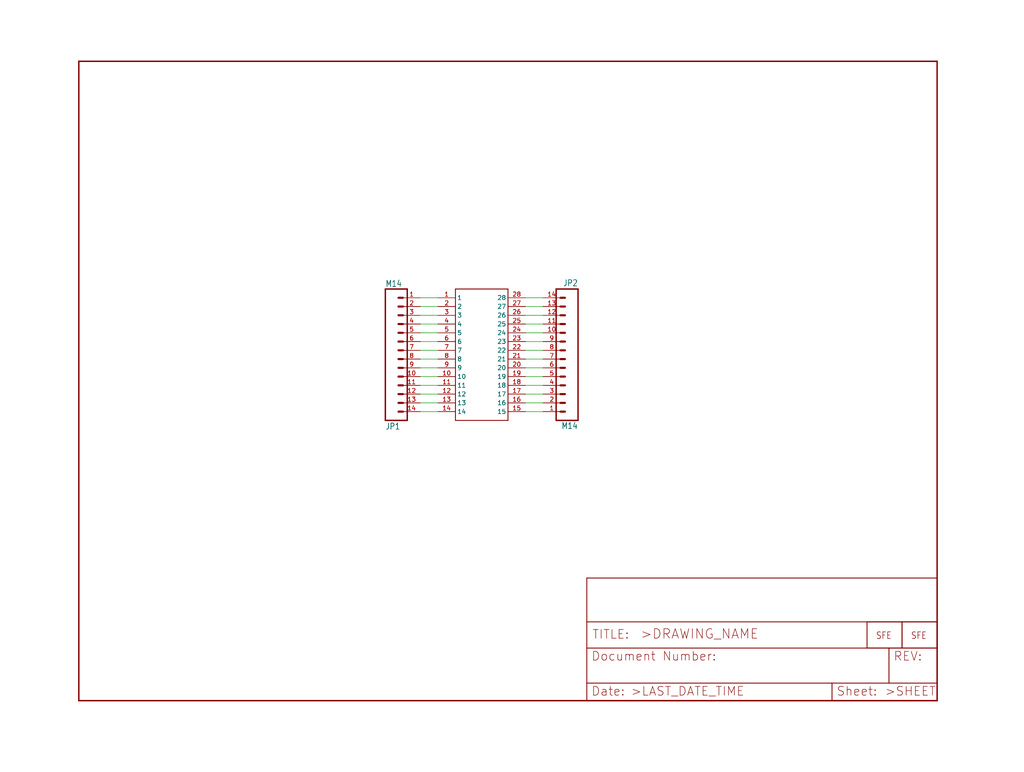
<source format=kicad_sch>
(kicad_sch (version 20211123) (generator eeschema)
  (paper "User" 297.002 223.926)
  (lib_symbols
    (symbol "schematicEagle-eagle-import:FRAME-LETTER"
      (symbol "FRAME-LETTER_1_0"
        (polyline (pts (xy 0 0) (xy 248.92 0)) (stroke (width 0.4064)))
        (polyline (pts (xy 0 185.42) (xy 0 0)) (stroke (width 0.4064)))
        (polyline (pts (xy 0 185.42) (xy 248.92 185.42)) (stroke (width 0.4064)))
        (polyline (pts (xy 248.92 185.42) (xy 248.92 0)) (stroke (width 0.4064)))
      )
      (symbol "FRAME-LETTER_2_0"
        (polyline (pts (xy 0 0) (xy 0 5.08)) (stroke (width 0.254)))
        (polyline (pts (xy 0 0) (xy 71.12 0)) (stroke (width 0.254)))
        (polyline (pts (xy 0 5.08) (xy 0 15.24)) (stroke (width 0.254)))
        (polyline (pts (xy 0 5.08) (xy 71.12 5.08)) (stroke (width 0.254)))
        (polyline (pts (xy 0 15.24) (xy 0 22.86)) (stroke (width 0.254)))
        (polyline (pts (xy 0 22.86) (xy 0 35.56)) (stroke (width 0.254)))
        (polyline (pts (xy 0 22.86) (xy 101.6 22.86)) (stroke (width 0.254)))
        (polyline (pts (xy 71.12 0) (xy 101.6 0)) (stroke (width 0.254)))
        (polyline (pts (xy 71.12 5.08) (xy 71.12 0)) (stroke (width 0.254)))
        (polyline (pts (xy 71.12 5.08) (xy 87.63 5.08)) (stroke (width 0.254)))
        (polyline (pts (xy 87.63 5.08) (xy 101.6 5.08)) (stroke (width 0.254)))
        (polyline (pts (xy 87.63 15.24) (xy 0 15.24)) (stroke (width 0.254)))
        (polyline (pts (xy 87.63 15.24) (xy 87.63 5.08)) (stroke (width 0.254)))
        (polyline (pts (xy 101.6 5.08) (xy 101.6 0)) (stroke (width 0.254)))
        (polyline (pts (xy 101.6 15.24) (xy 87.63 15.24)) (stroke (width 0.254)))
        (polyline (pts (xy 101.6 15.24) (xy 101.6 5.08)) (stroke (width 0.254)))
        (polyline (pts (xy 101.6 22.86) (xy 101.6 15.24)) (stroke (width 0.254)))
        (polyline (pts (xy 101.6 35.56) (xy 0 35.56)) (stroke (width 0.254)))
        (polyline (pts (xy 101.6 35.56) (xy 101.6 22.86)) (stroke (width 0.254)))
        (text ">DRAWING_NAME" (at 15.494 17.78 0) (effects (font (size 2.7432 2.7432)) (justify left bottom)))
        (text ">LAST_DATE_TIME" (at 12.7 1.27 0) (effects (font (size 2.54 2.54)) (justify left bottom)))
        (text ">SHEET" (at 86.36 1.27 0) (effects (font (size 2.54 2.54)) (justify left bottom)))
        (text "Date:" (at 1.27 1.27 0) (effects (font (size 2.54 2.54)) (justify left bottom)))
        (text "Document Number:" (at 1.27 11.43 0) (effects (font (size 2.54 2.54)) (justify left bottom)))
        (text "REV:" (at 88.9 11.43 0) (effects (font (size 2.54 2.54)) (justify left bottom)))
        (text "Sheet:" (at 72.39 1.27 0) (effects (font (size 2.54 2.54)) (justify left bottom)))
        (text "TITLE:" (at 1.524 17.78 0) (effects (font (size 2.54 2.54)) (justify left bottom)))
      )
    )
    (symbol "schematicEagle-eagle-import:LOGO-SFENEW"
      (symbol "LOGO-SFENEW_1_0"
        (polyline (pts (xy -2.54 -2.54) (xy 7.62 -2.54)) (stroke (width 0.254)))
        (polyline (pts (xy -2.54 5.08) (xy -2.54 -2.54)) (stroke (width 0.254)))
        (polyline (pts (xy 7.62 -2.54) (xy 7.62 5.08)) (stroke (width 0.254)))
        (polyline (pts (xy 7.62 5.08) (xy -2.54 5.08)) (stroke (width 0.254)))
        (text "SFE" (at 0 0 0) (effects (font (size 1.9304 1.6408)) (justify left bottom)))
      )
    )
    (symbol "schematicEagle-eagle-import:LOGO-SFESK"
      (symbol "LOGO-SFESK_1_0"
        (polyline (pts (xy -2.54 -2.54) (xy 7.62 -2.54)) (stroke (width 0.254)))
        (polyline (pts (xy -2.54 5.08) (xy -2.54 -2.54)) (stroke (width 0.254)))
        (polyline (pts (xy 7.62 -2.54) (xy 7.62 5.08)) (stroke (width 0.254)))
        (polyline (pts (xy 7.62 5.08) (xy -2.54 5.08)) (stroke (width 0.254)))
        (text "SFE" (at 0 0 0) (effects (font (size 1.9304 1.6408)) (justify left bottom)))
      )
    )
    (symbol "schematicEagle-eagle-import:M14"
      (property "Reference" "JP" (at 0 18.542 0))
      (property "Value" "M14" (at 0 -22.86 0))
      (symbol "M14_1_0"
        (polyline (pts (xy 0 17.78) (xy 0 -20.32)) (stroke (width 0.4064)))
        (polyline (pts (xy 0 17.78) (xy 6.35 17.78)) (stroke (width 0.4064)))
        (polyline (pts (xy 3.81 -17.78) (xy 5.08 -17.78)) (stroke (width 0.6096)))
        (polyline (pts (xy 3.81 -15.24) (xy 5.08 -15.24)) (stroke (width 0.6096)))
        (polyline (pts (xy 3.81 -12.7) (xy 5.08 -12.7)) (stroke (width 0.6096)))
        (polyline (pts (xy 3.81 -10.16) (xy 5.08 -10.16)) (stroke (width 0.6096)))
        (polyline (pts (xy 3.81 -7.62) (xy 5.08 -7.62)) (stroke (width 0.6096)))
        (polyline (pts (xy 3.81 -5.08) (xy 5.08 -5.08)) (stroke (width 0.6096)))
        (polyline (pts (xy 3.81 -2.54) (xy 5.08 -2.54)) (stroke (width 0.6096)))
        (polyline (pts (xy 3.81 0) (xy 5.08 0)) (stroke (width 0.6096)))
        (polyline (pts (xy 3.81 2.54) (xy 5.08 2.54)) (stroke (width 0.6096)))
        (polyline (pts (xy 3.81 5.08) (xy 5.08 5.08)) (stroke (width 0.6096)))
        (polyline (pts (xy 3.81 7.62) (xy 5.08 7.62)) (stroke (width 0.6096)))
        (polyline (pts (xy 3.81 10.16) (xy 5.08 10.16)) (stroke (width 0.6096)))
        (polyline (pts (xy 3.81 12.7) (xy 5.08 12.7)) (stroke (width 0.6096)))
        (polyline (pts (xy 3.81 15.24) (xy 5.08 15.24)) (stroke (width 0.6096)))
        (polyline (pts (xy 6.35 -20.32) (xy 0 -20.32)) (stroke (width 0.4064)))
        (polyline (pts (xy 6.35 -20.32) (xy 6.35 17.78)) (stroke (width 0.4064)))
        (pin passive line (at 10.16 -17.78 180) (length 5.08) (name "1") (number "1"))
        (pin passive line (at 10.16 5.08 180) (length 5.08) (name "10") (number "10"))
        (pin passive line (at 10.16 7.62 180) (length 5.08) (name "11") (number "11"))
        (pin passive line (at 10.16 10.16 180) (length 5.08) (name "12") (number "12"))
        (pin passive line (at 10.16 12.7 180) (length 5.08) (name "13") (number "13"))
        (pin passive line (at 10.16 15.24 180) (length 5.08) (name "14") (number "14"))
        (pin passive line (at 10.16 -15.24 180) (length 5.08) (name "2") (number "2"))
        (pin passive line (at 10.16 -12.7 180) (length 5.08) (name "3") (number "3"))
        (pin passive line (at 10.16 -10.16 180) (length 5.08) (name "4") (number "4"))
        (pin passive line (at 10.16 -7.62 180) (length 5.08) (name "5") (number "5"))
        (pin passive line (at 10.16 -5.08 180) (length 5.08) (name "6") (number "6"))
        (pin passive line (at 10.16 -2.54 180) (length 5.08) (name "7") (number "7"))
        (pin passive line (at 10.16 0 180) (length 5.08) (name "8") (number "8"))
        (pin passive line (at 10.16 2.54 180) (length 5.08) (name "9") (number "9"))
      )
    )
    (symbol "schematicEagle-eagle-import:SSOP28"
      (symbol "SSOP28_1_0"
        (polyline (pts (xy -7.62 -20.32) (xy -7.62 17.78)) (stroke (width 0.254)))
        (polyline (pts (xy -7.62 17.78) (xy 7.62 17.78)) (stroke (width 0.254)))
        (polyline (pts (xy 7.62 -20.32) (xy -7.62 -20.32)) (stroke (width 0.254)))
        (polyline (pts (xy 7.62 17.78) (xy 7.62 -20.32)) (stroke (width 0.254)))
        (pin bidirectional line (at -12.7 15.24 0) (length 5.08) (name "1") (number "1"))
        (pin bidirectional line (at -12.7 -7.62 0) (length 5.08) (name "10") (number "10"))
        (pin bidirectional line (at -12.7 -10.16 0) (length 5.08) (name "11") (number "11"))
        (pin bidirectional line (at -12.7 -12.7 0) (length 5.08) (name "12") (number "12"))
        (pin bidirectional line (at -12.7 -15.24 0) (length 5.08) (name "13") (number "13"))
        (pin bidirectional line (at -12.7 -17.78 0) (length 5.08) (name "14") (number "14"))
        (pin bidirectional line (at 12.7 -17.78 180) (length 5.08) (name "15") (number "15"))
        (pin bidirectional line (at 12.7 -15.24 180) (length 5.08) (name "16") (number "16"))
        (pin bidirectional line (at 12.7 -12.7 180) (length 5.08) (name "17") (number "17"))
        (pin bidirectional line (at 12.7 -10.16 180) (length 5.08) (name "18") (number "18"))
        (pin bidirectional line (at 12.7 -7.62 180) (length 5.08) (name "19") (number "19"))
        (pin bidirectional line (at -12.7 12.7 0) (length 5.08) (name "2") (number "2"))
        (pin bidirectional line (at 12.7 -5.08 180) (length 5.08) (name "20") (number "20"))
        (pin bidirectional line (at 12.7 -2.54 180) (length 5.08) (name "21") (number "21"))
        (pin bidirectional line (at 12.7 0 180) (length 5.08) (name "22") (number "22"))
        (pin bidirectional line (at 12.7 2.54 180) (length 5.08) (name "23") (number "23"))
        (pin bidirectional line (at 12.7 5.08 180) (length 5.08) (name "24") (number "24"))
        (pin bidirectional line (at 12.7 7.62 180) (length 5.08) (name "25") (number "25"))
        (pin bidirectional line (at 12.7 10.16 180) (length 5.08) (name "26") (number "26"))
        (pin bidirectional line (at 12.7 12.7 180) (length 5.08) (name "27") (number "27"))
        (pin bidirectional line (at 12.7 15.24 180) (length 5.08) (name "28") (number "28"))
        (pin bidirectional line (at -12.7 10.16 0) (length 5.08) (name "3") (number "3"))
        (pin bidirectional line (at -12.7 7.62 0) (length 5.08) (name "4") (number "4"))
        (pin bidirectional line (at -12.7 5.08 0) (length 5.08) (name "5") (number "5"))
        (pin bidirectional line (at -12.7 2.54 0) (length 5.08) (name "6") (number "6"))
        (pin bidirectional line (at -12.7 0 0) (length 5.08) (name "7") (number "7"))
        (pin bidirectional line (at -12.7 -2.54 0) (length 5.08) (name "8") (number "8"))
        (pin bidirectional line (at -12.7 -5.08 0) (length 5.08) (name "9") (number "9"))
      )
    )
  )
  (wire (pts (xy 157.48 88.9) (xy 152.4 88.9)))
  (wire (pts (xy 121.92 114.3) (xy 127 114.3)))
  (wire (pts (xy 121.92 109.22) (xy 127 109.22)))
  (wire (pts (xy 157.48 101.6) (xy 152.4 101.6)))
  (wire (pts (xy 121.92 96.52) (xy 127 96.52)))
  (wire (pts (xy 157.48 96.52) (xy 152.4 96.52)))
  (wire (pts (xy 157.48 109.22) (xy 152.4 109.22)))
  (wire (pts (xy 121.92 91.44) (xy 127 91.44)))
  (wire (pts (xy 157.48 91.44) (xy 152.4 91.44)))
  (wire (pts (xy 157.48 116.84) (xy 152.4 116.84)))
  (wire (pts (xy 121.92 106.68) (xy 127 106.68)))
  (wire (pts (xy 157.48 106.68) (xy 152.4 106.68)))
  (wire (pts (xy 121.92 116.84) (xy 127 116.84)))
  (wire (pts (xy 121.92 119.38) (xy 127 119.38)))
  (wire (pts (xy 157.48 86.36) (xy 152.4 86.36)))
  (wire (pts (xy 157.48 93.98) (xy 152.4 93.98)))
  (wire (pts (xy 121.92 101.6) (xy 127 101.6)))
  (wire (pts (xy 121.92 86.36) (xy 127 86.36)))
  (wire (pts (xy 121.92 111.76) (xy 127 111.76)))
  (wire (pts (xy 121.92 88.9) (xy 127 88.9)))
  (wire (pts (xy 157.48 119.38) (xy 152.4 119.38)))
  (wire (pts (xy 157.48 104.14) (xy 152.4 104.14)))
  (wire (pts (xy 121.92 104.14) (xy 127 104.14)))
  (wire (pts (xy 157.48 114.3) (xy 152.4 114.3)))
  (wire (pts (xy 157.48 99.06) (xy 152.4 99.06)))
  (wire (pts (xy 121.92 93.98) (xy 127 93.98)))
  (wire (pts (xy 157.48 111.76) (xy 152.4 111.76)))
  (wire (pts (xy 121.92 99.06) (xy 127 99.06)))
  (symbol (lib_id "schematicEagle-eagle-import:SSOP28") (at 139.7 101.6 0) (unit 1)
    (property "Reference" "U$2" (effects hide))
    (property "Value" "SSOP28" (effects hide))
    (property "Footprint" "schematicEagle:SSOP28DB" (effects hide))
  )
  (symbol (lib_id "schematicEagle-eagle-import:LOGO-SFENEW") (at 254 185.42 0) (unit 1)
    (property "Reference" "U$5" (effects hide))
    (property "Value" "LOGO-SFENEW" (effects hide))
    (property "Footprint" "schematicEagle:SFE-NEW-WEBLOGO" (effects hide))
  )
  (symbol (lib_id "schematicEagle-eagle-import:FRAME-LETTER") (at 170.18 203.2 0) (unit 2)
    (property "Reference" "#FRAME1" (effects hide))
    (property "Value" "FRAME-LETTER" (effects hide))
    (property "Footprint" "schematicEagle:" (effects hide))
  )
  (symbol (lib_id "schematicEagle-eagle-import:M14") (at 111.76 104.14 0) (mirror x) (unit 1)
    (property "Reference" "JP1" (at 111.76 122.682 0) (effects (font (size 1.778 1.5113)) (justify left bottom)))
    (property "Value" "M14" (at 111.76 81.28 0) (effects (font (size 1.778 1.5113)) (justify left bottom)))
    (property "Footprint" "schematicEagle:1X14" (effects hide))
  )
  (symbol (lib_id "schematicEagle-eagle-import:LOGO-SFESK") (at 264.16 185.42 0) (unit 1)
    (property "Reference" "U$1" (effects hide))
    (property "Value" "LOGO-SFESK" (effects hide))
    (property "Footprint" "schematicEagle:SFE-LOGO-FLAME" (effects hide))
  )
  (symbol (lib_id "schematicEagle-eagle-import:FRAME-LETTER") (at 22.86 203.2 0) (unit 1)
    (property "Reference" "#FRAME1" (effects hide))
    (property "Value" "FRAME-LETTER" (effects hide))
    (property "Footprint" "schematicEagle:" (effects hide))
  )
  (symbol (lib_id "schematicEagle-eagle-import:M14") (at 167.64 101.6 0) (mirror y) (unit 1)
    (property "Reference" "JP2" (at 167.64 83.058 0) (effects (font (size 1.778 1.5113)) (justify left bottom)))
    (property "Value" "M14" (at 167.64 124.46 0) (effects (font (size 1.778 1.5113)) (justify left bottom)))
    (property "Footprint" "schematicEagle:1X14" (effects hide))
  )
)
</source>
